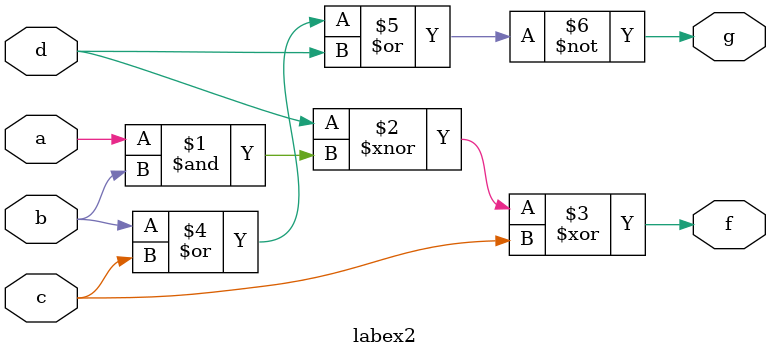
<source format=v>
module labex2(a,b,c,d,f,g);
input a,b,c,d;
output f,g;
assign f=(d^~(a&b)^c);
assign g=(~(b|c|d));
endmodule

</source>
